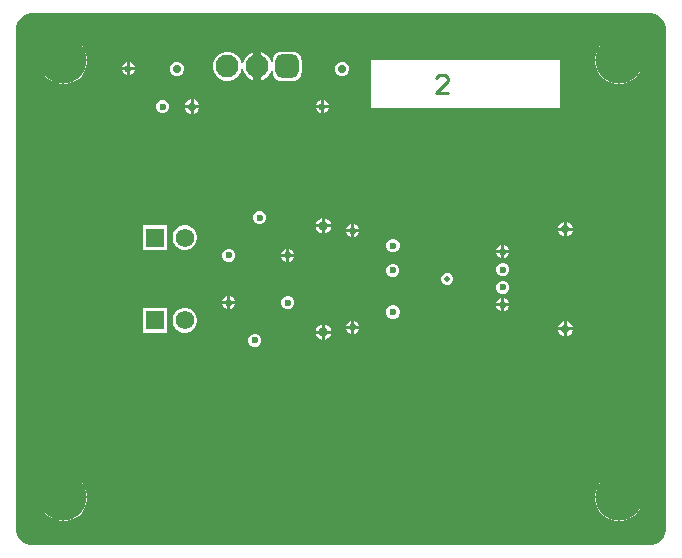
<source format=gbr>
%TF.GenerationSoftware,Altium Limited,Altium Designer,24.2.2 (26)*%
G04 Layer_Physical_Order=2*
G04 Layer_Color=36540*
%FSLAX45Y45*%
%MOMM*%
%TF.SameCoordinates,D2FE35CC-22CD-4169-9643-A2803306E4A1*%
%TF.FilePolarity,Positive*%
%TF.FileFunction,Copper,L2,Inr,Signal*%
%TF.Part,Single*%
G01*
G75*
%TA.AperFunction,NonConductor*%
%ADD26C,0.25400*%
%TA.AperFunction,ComponentPad*%
%ADD27R,1.57000X1.57000*%
%ADD28C,1.57000*%
%ADD29C,1.95000*%
G04:AMPARAMS|DCode=30|XSize=1.95mm|YSize=1.95mm|CornerRadius=0.4875mm|HoleSize=0mm|Usage=FLASHONLY|Rotation=180.000|XOffset=0mm|YOffset=0mm|HoleType=Round|Shape=RoundedRectangle|*
%AMROUNDEDRECTD30*
21,1,1.95000,0.97500,0,0,180.0*
21,1,0.97500,1.95000,0,0,180.0*
1,1,0.97500,-0.48750,0.48750*
1,1,0.97500,0.48750,0.48750*
1,1,0.97500,0.48750,-0.48750*
1,1,0.97500,-0.48750,-0.48750*
%
%ADD30ROUNDEDRECTD30*%
%ADD31C,4.00000*%
%TA.AperFunction,ViaPad*%
%ADD32C,0.60000*%
%ADD33C,0.80000*%
%ADD34C,0.70000*%
%ADD35C,0.50000*%
G36*
X5407919Y4495004D02*
X5431578Y4485204D01*
X5452870Y4470977D01*
X5470977Y4452870D01*
X5485204Y4431578D01*
X5495004Y4407919D01*
X5500000Y4382804D01*
Y4370000D01*
Y130000D01*
Y117196D01*
X5495004Y92080D01*
X5485204Y68422D01*
X5470977Y47130D01*
X5452870Y29022D01*
X5431578Y14795D01*
X5407919Y4996D01*
X5382804Y0D01*
X117196D01*
X92080Y4996D01*
X68422Y14795D01*
X47130Y29022D01*
X29022Y47130D01*
X14795Y68422D01*
X4996Y92080D01*
X0Y117196D01*
Y130000D01*
Y4370000D01*
Y4382804D01*
X4996Y4407919D01*
X14795Y4431578D01*
X29022Y4452870D01*
X47130Y4470977D01*
X68422Y4485204D01*
X92080Y4495004D01*
X117196Y4500000D01*
X5382804D01*
X5407919Y4495004D01*
D02*
G37*
%LPC*%
G36*
X2342750Y4173540D02*
X2245250D01*
X2225893Y4170991D01*
X2207855Y4163519D01*
X2192366Y4151634D01*
X2180481Y4136145D01*
X2173009Y4118107D01*
X2170460Y4098750D01*
Y4087034D01*
X2157760Y4085362D01*
X2154525Y4097437D01*
X2138345Y4125462D01*
X2115463Y4148344D01*
X2087438Y4164524D01*
X2075000Y4167857D01*
Y4050000D01*
Y3932143D01*
X2087438Y3935475D01*
X2115463Y3951655D01*
X2138345Y3974537D01*
X2154525Y4002562D01*
X2157760Y4014638D01*
X2170460Y4012966D01*
Y4001250D01*
X2173009Y3981893D01*
X2180481Y3963855D01*
X2192366Y3948365D01*
X2207855Y3936480D01*
X2225893Y3929008D01*
X2245250Y3926460D01*
X2342750D01*
X2362107Y3929008D01*
X2380145Y3936480D01*
X2395635Y3948365D01*
X2407520Y3963855D01*
X2414992Y3981893D01*
X2417540Y4001250D01*
Y4098750D01*
X2414992Y4118107D01*
X2407520Y4136145D01*
X2395635Y4151634D01*
X2380145Y4163519D01*
X2362107Y4170991D01*
X2342750Y4173540D01*
D02*
G37*
G36*
X962700Y4084704D02*
Y4042700D01*
X1004704D01*
X996966Y4061382D01*
X981381Y4076966D01*
X962700Y4084704D01*
D02*
G37*
G36*
X937300D02*
X918618Y4076966D01*
X903034Y4061382D01*
X895296Y4042700D01*
X937300D01*
Y4084704D01*
D02*
G37*
G36*
X1004704Y4017300D02*
X962700D01*
Y3975296D01*
X981381Y3983034D01*
X996966Y3998619D01*
X1004704Y4017300D01*
D02*
G37*
G36*
X937300D02*
X895296D01*
X903034Y3998619D01*
X918618Y3983034D01*
X937300Y3975296D01*
Y4017300D01*
D02*
G37*
G36*
X2772014Y4090400D02*
X2747986D01*
X2725786Y4081205D01*
X2708795Y4064214D01*
X2699600Y4042014D01*
Y4017986D01*
X2708795Y3995786D01*
X2725786Y3978795D01*
X2747986Y3969600D01*
X2772014D01*
X2794214Y3978795D01*
X2811204Y3995786D01*
X2820400Y4017986D01*
Y4042014D01*
X2811204Y4064214D01*
X2794214Y4081205D01*
X2772014Y4090400D01*
D02*
G37*
G36*
X1372014D02*
X1347986D01*
X1325786Y4081205D01*
X1308795Y4064214D01*
X1299600Y4042014D01*
Y4017986D01*
X1308795Y3995786D01*
X1325786Y3978795D01*
X1347986Y3969600D01*
X1372014D01*
X1394214Y3978795D01*
X1411205Y3995786D01*
X1420400Y4017986D01*
Y4042014D01*
X1411205Y4064214D01*
X1394214Y4081205D01*
X1372014Y4090400D01*
D02*
G37*
G36*
X1802180Y4172900D02*
X1769820D01*
X1738563Y4164524D01*
X1710538Y4148344D01*
X1687656Y4125462D01*
X1671476Y4097437D01*
X1663100Y4066180D01*
Y4033820D01*
X1671476Y4002562D01*
X1687656Y3974537D01*
X1710538Y3951655D01*
X1738563Y3935475D01*
X1769820Y3927100D01*
X1802180D01*
X1833438Y3935475D01*
X1861463Y3951655D01*
X1884345Y3974537D01*
X1900525Y4002562D01*
X1906426Y4024587D01*
X1919574D01*
X1925476Y4002562D01*
X1941656Y3974537D01*
X1964538Y3951655D01*
X1992563Y3935475D01*
X2005000Y3932143D01*
Y4050000D01*
Y4167857D01*
X1992563Y4164524D01*
X1964538Y4148344D01*
X1941656Y4125462D01*
X1925476Y4097437D01*
X1919574Y4075413D01*
X1906426D01*
X1900525Y4097437D01*
X1884345Y4125462D01*
X1861463Y4148344D01*
X1833438Y4164524D01*
X1802180Y4172900D01*
D02*
G37*
G36*
X5119698Y4300000D02*
X5080302D01*
X5041662Y4292314D01*
X5005265Y4277238D01*
X4972507Y4255350D01*
X4944650Y4227492D01*
X4922762Y4194735D01*
X4907686Y4158338D01*
X4900000Y4119698D01*
Y4080302D01*
X4907686Y4041662D01*
X4922762Y4005265D01*
X4944650Y3972507D01*
X4972507Y3944650D01*
X5005265Y3922762D01*
X5041662Y3907686D01*
X5080302Y3900000D01*
X5119698D01*
X5158338Y3907686D01*
X5194735Y3922762D01*
X5227492Y3944650D01*
X5255350Y3972507D01*
X5277238Y4005265D01*
X5292314Y4041662D01*
X5300000Y4080302D01*
Y4119698D01*
X5292314Y4158338D01*
X5277238Y4194735D01*
X5255350Y4227492D01*
X5227492Y4255350D01*
X5194735Y4277238D01*
X5158338Y4292314D01*
X5119698Y4300000D01*
D02*
G37*
G36*
X419698D02*
X380302D01*
X341662Y4292314D01*
X305265Y4277238D01*
X272507Y4255350D01*
X244650Y4227492D01*
X222762Y4194735D01*
X207686Y4158338D01*
X200000Y4119698D01*
Y4080302D01*
X207686Y4041662D01*
X222762Y4005265D01*
X244650Y3972507D01*
X272507Y3944650D01*
X305265Y3922762D01*
X341662Y3907686D01*
X380302Y3900000D01*
X419698D01*
X458338Y3907686D01*
X494735Y3922762D01*
X527492Y3944650D01*
X555350Y3972507D01*
X577238Y4005265D01*
X592314Y4041662D01*
X600000Y4080302D01*
Y4119698D01*
X592314Y4158338D01*
X577238Y4194735D01*
X555350Y4227492D01*
X527492Y4255350D01*
X494735Y4277238D01*
X458338Y4292314D01*
X419698Y4300000D01*
D02*
G37*
G36*
X2602700Y3764704D02*
Y3722700D01*
X2644704D01*
X2636966Y3741381D01*
X2621381Y3756966D01*
X2602700Y3764704D01*
D02*
G37*
G36*
X2577300D02*
X2558618Y3756966D01*
X2543034Y3741381D01*
X2535296Y3722700D01*
X2577300D01*
Y3764704D01*
D02*
G37*
G36*
X1502700Y3770116D02*
Y3722700D01*
X1550116D01*
X1541205Y3744214D01*
X1524214Y3761205D01*
X1502700Y3770116D01*
D02*
G37*
G36*
X1477300D02*
X1455786Y3761205D01*
X1438795Y3744214D01*
X1429884Y3722700D01*
X1477300D01*
Y3770116D01*
D02*
G37*
G36*
X4600000Y4100000D02*
X3000000D01*
Y3700000D01*
X4600000D01*
Y4100000D01*
D02*
G37*
G36*
X2644704Y3697300D02*
X2602700D01*
Y3655296D01*
X2621381Y3663034D01*
X2636966Y3678618D01*
X2644704Y3697300D01*
D02*
G37*
G36*
X2577300D02*
X2535296D01*
X2543034Y3678618D01*
X2558618Y3663034D01*
X2577300Y3655296D01*
Y3697300D01*
D02*
G37*
G36*
X1251020Y3765400D02*
X1228980D01*
X1208619Y3756966D01*
X1193034Y3741381D01*
X1184600Y3721020D01*
Y3698980D01*
X1193034Y3678618D01*
X1208619Y3663034D01*
X1228980Y3654600D01*
X1251020D01*
X1271382Y3663034D01*
X1286966Y3678618D01*
X1295400Y3698980D01*
Y3721020D01*
X1286966Y3741381D01*
X1271382Y3756966D01*
X1251020Y3765400D01*
D02*
G37*
G36*
X1550116Y3697300D02*
X1502700D01*
Y3649884D01*
X1524214Y3658795D01*
X1541205Y3675786D01*
X1550116Y3697300D01*
D02*
G37*
G36*
X1477300D02*
X1429884D01*
X1438795Y3675786D01*
X1455786Y3658795D01*
X1477300Y3649884D01*
Y3697300D01*
D02*
G37*
G36*
X2071020Y2825400D02*
X2048980D01*
X2028618Y2816966D01*
X2013034Y2801381D01*
X2004600Y2781020D01*
Y2758980D01*
X2013034Y2738619D01*
X2028618Y2723034D01*
X2048980Y2714600D01*
X2071020D01*
X2091381Y2723034D01*
X2106966Y2738619D01*
X2115400Y2758980D01*
Y2781020D01*
X2106966Y2801381D01*
X2091381Y2816966D01*
X2071020Y2825400D01*
D02*
G37*
G36*
X2612700Y2764304D02*
Y2712700D01*
X2664304D01*
X2660943Y2725243D01*
X2652333Y2740157D01*
X2640157Y2752333D01*
X2625243Y2760943D01*
X2612700Y2764304D01*
D02*
G37*
G36*
X2587300D02*
X2574756Y2760943D01*
X2559843Y2752333D01*
X2547667Y2740157D01*
X2539057Y2725243D01*
X2535696Y2712700D01*
X2587300D01*
Y2764304D01*
D02*
G37*
G36*
X4662700Y2730116D02*
Y2682700D01*
X4710116D01*
X4701205Y2704214D01*
X4684214Y2721205D01*
X4662700Y2730116D01*
D02*
G37*
G36*
X4637300D02*
X4615786Y2721205D01*
X4598795Y2704214D01*
X4589884Y2682700D01*
X4637300D01*
Y2730116D01*
D02*
G37*
G36*
X2862700Y2714704D02*
Y2672700D01*
X2904704D01*
X2896966Y2691381D01*
X2881381Y2706966D01*
X2862700Y2714704D01*
D02*
G37*
G36*
X2837300D02*
X2818618Y2706966D01*
X2803034Y2691381D01*
X2795296Y2672700D01*
X2837300D01*
Y2714704D01*
D02*
G37*
G36*
X2664304Y2687300D02*
X2612700D01*
Y2635696D01*
X2625243Y2639057D01*
X2640157Y2647667D01*
X2652333Y2659843D01*
X2660943Y2674756D01*
X2664304Y2687300D01*
D02*
G37*
G36*
X2587300D02*
X2535696D01*
X2539057Y2674756D01*
X2547667Y2659843D01*
X2559843Y2647667D01*
X2574756Y2639057D01*
X2587300Y2635696D01*
Y2687300D01*
D02*
G37*
G36*
X4710116Y2657300D02*
X4662700D01*
Y2609884D01*
X4684214Y2618795D01*
X4701205Y2635786D01*
X4710116Y2657300D01*
D02*
G37*
G36*
X4637300D02*
X4589884D01*
X4598795Y2635786D01*
X4615786Y2618795D01*
X4637300Y2609884D01*
Y2657300D01*
D02*
G37*
G36*
X2904704Y2647300D02*
X2862700D01*
Y2605296D01*
X2881381Y2613034D01*
X2896966Y2628619D01*
X2904704Y2647300D01*
D02*
G37*
G36*
X2837300D02*
X2795296D01*
X2803034Y2628619D01*
X2818618Y2613034D01*
X2837300Y2605296D01*
Y2647300D01*
D02*
G37*
G36*
X1440679Y2703900D02*
X1413321D01*
X1386896Y2696819D01*
X1363204Y2683141D01*
X1343859Y2663796D01*
X1330180Y2640104D01*
X1323100Y2613679D01*
Y2586321D01*
X1330180Y2559896D01*
X1343859Y2536204D01*
X1363204Y2516859D01*
X1386896Y2503180D01*
X1413321Y2496100D01*
X1440679D01*
X1467104Y2503180D01*
X1490796Y2516859D01*
X1510141Y2536204D01*
X1523819Y2559896D01*
X1530900Y2586321D01*
Y2613679D01*
X1523819Y2640104D01*
X1510141Y2663796D01*
X1490796Y2683141D01*
X1467104Y2696819D01*
X1440679Y2703900D01*
D02*
G37*
G36*
X1276900D02*
X1069100D01*
Y2496100D01*
X1276900D01*
Y2703900D01*
D02*
G37*
G36*
X4132700Y2534704D02*
Y2492700D01*
X4174704D01*
X4166966Y2511382D01*
X4151381Y2526966D01*
X4132700Y2534704D01*
D02*
G37*
G36*
X4107300D02*
X4088618Y2526966D01*
X4073034Y2511382D01*
X4065296Y2492700D01*
X4107300D01*
Y2534704D01*
D02*
G37*
G36*
X3201020Y2587300D02*
X3178980D01*
X3158619Y2578866D01*
X3143034Y2563281D01*
X3134600Y2542919D01*
Y2520880D01*
X3143034Y2500518D01*
X3158619Y2484934D01*
X3178980Y2476500D01*
X3201020D01*
X3221381Y2484934D01*
X3236966Y2500518D01*
X3245400Y2520880D01*
Y2542919D01*
X3236966Y2563281D01*
X3221381Y2578866D01*
X3201020Y2587300D01*
D02*
G37*
G36*
X2312700Y2504704D02*
Y2462700D01*
X2354704D01*
X2346966Y2481381D01*
X2331382Y2496966D01*
X2312700Y2504704D01*
D02*
G37*
G36*
X2287300D02*
X2268619Y2496966D01*
X2253034Y2481381D01*
X2245296Y2462700D01*
X2287300D01*
Y2504704D01*
D02*
G37*
G36*
X4174704Y2467300D02*
X4132700D01*
Y2425296D01*
X4151381Y2433034D01*
X4166966Y2448619D01*
X4174704Y2467300D01*
D02*
G37*
G36*
X4107300D02*
X4065296D01*
X4073034Y2448619D01*
X4088618Y2433034D01*
X4107300Y2425296D01*
Y2467300D01*
D02*
G37*
G36*
X2354704Y2437300D02*
X2312700D01*
Y2395296D01*
X2331382Y2403034D01*
X2346966Y2418618D01*
X2354704Y2437300D01*
D02*
G37*
G36*
X2287300D02*
X2245296D01*
X2253034Y2418618D01*
X2268619Y2403034D01*
X2287300Y2395296D01*
Y2437300D01*
D02*
G37*
G36*
X1811020Y2505400D02*
X1788980D01*
X1768619Y2496966D01*
X1753034Y2481381D01*
X1744600Y2461020D01*
Y2438980D01*
X1753034Y2418618D01*
X1768619Y2403034D01*
X1788980Y2394600D01*
X1811020D01*
X1831382Y2403034D01*
X1846966Y2418618D01*
X1855400Y2438980D01*
Y2461020D01*
X1846966Y2481381D01*
X1831382Y2496966D01*
X1811020Y2505400D01*
D02*
G37*
G36*
X4131020Y2385400D02*
X4108980D01*
X4088618Y2376966D01*
X4073034Y2361381D01*
X4064600Y2341020D01*
Y2318980D01*
X4073034Y2298618D01*
X4088618Y2283034D01*
X4108980Y2274600D01*
X4131020D01*
X4151381Y2283034D01*
X4166966Y2298618D01*
X4175400Y2318980D01*
Y2341020D01*
X4166966Y2361381D01*
X4151381Y2376966D01*
X4131020Y2385400D01*
D02*
G37*
G36*
X3199306Y2378986D02*
X3177266D01*
X3156905Y2370552D01*
X3141320Y2354968D01*
X3132886Y2334606D01*
Y2312567D01*
X3141320Y2292205D01*
X3156905Y2276621D01*
X3177266Y2268186D01*
X3199306D01*
X3219668Y2276621D01*
X3235252Y2292205D01*
X3243686Y2312567D01*
Y2334606D01*
X3235252Y2354968D01*
X3219668Y2370552D01*
X3199306Y2378986D01*
D02*
G37*
G36*
X3660025Y2300400D02*
X3639975D01*
X3621450Y2292727D01*
X3607273Y2278549D01*
X3599600Y2260025D01*
Y2239975D01*
X3607273Y2221450D01*
X3621450Y2207273D01*
X3639975Y2199600D01*
X3660025D01*
X3678549Y2207273D01*
X3692727Y2221450D01*
X3700400Y2239975D01*
Y2260025D01*
X3692727Y2278549D01*
X3678549Y2292727D01*
X3660025Y2300400D01*
D02*
G37*
G36*
X4131020Y2235400D02*
X4108980D01*
X4088618Y2226966D01*
X4073034Y2211381D01*
X4064600Y2191020D01*
Y2168980D01*
X4073034Y2148619D01*
X4088618Y2133034D01*
X4108980Y2124600D01*
X4131020D01*
X4151381Y2133034D01*
X4166966Y2148619D01*
X4175400Y2168980D01*
Y2191020D01*
X4166966Y2211381D01*
X4151381Y2226966D01*
X4131020Y2235400D01*
D02*
G37*
G36*
X1812700Y2104704D02*
Y2062700D01*
X1854704D01*
X1846966Y2081381D01*
X1831382Y2096966D01*
X1812700Y2104704D01*
D02*
G37*
G36*
X1787300D02*
X1768619Y2096966D01*
X1753034Y2081381D01*
X1745296Y2062700D01*
X1787300D01*
Y2104704D01*
D02*
G37*
G36*
X4132700Y2084704D02*
Y2042700D01*
X4174704D01*
X4166966Y2061381D01*
X4151381Y2076966D01*
X4132700Y2084704D01*
D02*
G37*
G36*
X4107300D02*
X4088618Y2076966D01*
X4073034Y2061381D01*
X4065296Y2042700D01*
X4107300D01*
Y2084704D01*
D02*
G37*
G36*
X1854704Y2037300D02*
X1812700D01*
Y1995296D01*
X1831382Y2003034D01*
X1846966Y2018619D01*
X1854704Y2037300D01*
D02*
G37*
G36*
X1787300D02*
X1745296D01*
X1753034Y2018619D01*
X1768619Y2003034D01*
X1787300Y1995296D01*
Y2037300D01*
D02*
G37*
G36*
X2311020Y2105400D02*
X2288980D01*
X2268619Y2096966D01*
X2253034Y2081381D01*
X2244600Y2061019D01*
Y2038980D01*
X2253034Y2018618D01*
X2268619Y2003034D01*
X2288980Y1994600D01*
X2311020D01*
X2331382Y2003034D01*
X2346966Y2018618D01*
X2355400Y2038980D01*
Y2061019D01*
X2346966Y2081381D01*
X2331382Y2096966D01*
X2311020Y2105400D01*
D02*
G37*
G36*
X4174704Y2017300D02*
X4132700D01*
Y1975296D01*
X4151381Y1983034D01*
X4166966Y1998619D01*
X4174704Y2017300D01*
D02*
G37*
G36*
X4107300D02*
X4065296D01*
X4073034Y1998619D01*
X4088618Y1983034D01*
X4107300Y1975296D01*
Y2017300D01*
D02*
G37*
G36*
X3201020Y2025400D02*
X3178980D01*
X3158619Y2016966D01*
X3143034Y2001382D01*
X3134600Y1981020D01*
Y1958980D01*
X3143034Y1938619D01*
X3158619Y1923034D01*
X3178980Y1914600D01*
X3201020D01*
X3221381Y1923034D01*
X3236966Y1938619D01*
X3245400Y1958980D01*
Y1981020D01*
X3236966Y2001382D01*
X3221381Y2016966D01*
X3201020Y2025400D01*
D02*
G37*
G36*
X2862700Y1894704D02*
Y1852700D01*
X2904704D01*
X2896966Y1871381D01*
X2881381Y1886966D01*
X2862700Y1894704D01*
D02*
G37*
G36*
X2837300D02*
X2818618Y1886966D01*
X2803034Y1871381D01*
X2795296Y1852700D01*
X2837300D01*
Y1894704D01*
D02*
G37*
G36*
X4662700Y1890116D02*
Y1842700D01*
X4710116D01*
X4701205Y1864214D01*
X4684214Y1881205D01*
X4662700Y1890116D01*
D02*
G37*
G36*
X4637300D02*
X4615786Y1881205D01*
X4598795Y1864214D01*
X4589884Y1842700D01*
X4637300D01*
Y1890116D01*
D02*
G37*
G36*
X2612700Y1864304D02*
Y1812700D01*
X2664304D01*
X2660943Y1825243D01*
X2652333Y1840157D01*
X2640157Y1852333D01*
X2625243Y1860943D01*
X2612700Y1864304D01*
D02*
G37*
G36*
X2587300D02*
X2574756Y1860943D01*
X2559843Y1852333D01*
X2547667Y1840157D01*
X2539057Y1825243D01*
X2535696Y1812700D01*
X2587300D01*
Y1864304D01*
D02*
G37*
G36*
X1440679Y2003900D02*
X1413321D01*
X1386896Y1996819D01*
X1363204Y1983141D01*
X1343859Y1963796D01*
X1330180Y1940104D01*
X1323100Y1913679D01*
Y1886321D01*
X1330180Y1859896D01*
X1343859Y1836204D01*
X1363204Y1816859D01*
X1386896Y1803181D01*
X1413321Y1796100D01*
X1440679D01*
X1467104Y1803181D01*
X1490796Y1816859D01*
X1510141Y1836204D01*
X1523819Y1859896D01*
X1530900Y1886321D01*
Y1913679D01*
X1523819Y1940104D01*
X1510141Y1963796D01*
X1490796Y1983141D01*
X1467104Y1996819D01*
X1440679Y2003900D01*
D02*
G37*
G36*
X1276900D02*
X1069100D01*
Y1796100D01*
X1276900D01*
Y2003900D01*
D02*
G37*
G36*
X2904704Y1827300D02*
X2862700D01*
Y1785296D01*
X2881381Y1793034D01*
X2896966Y1808618D01*
X2904704Y1827300D01*
D02*
G37*
G36*
X2837300D02*
X2795296D01*
X2803034Y1808618D01*
X2818618Y1793034D01*
X2837300Y1785296D01*
Y1827300D01*
D02*
G37*
G36*
X4710116Y1817300D02*
X4662700D01*
Y1769884D01*
X4684214Y1778795D01*
X4701205Y1795786D01*
X4710116Y1817300D01*
D02*
G37*
G36*
X4637300D02*
X4589884D01*
X4598795Y1795786D01*
X4615786Y1778795D01*
X4637300Y1769884D01*
Y1817300D01*
D02*
G37*
G36*
X2664304Y1787300D02*
X2612700D01*
Y1735696D01*
X2625243Y1739057D01*
X2640157Y1747667D01*
X2652333Y1759843D01*
X2660943Y1774756D01*
X2664304Y1787300D01*
D02*
G37*
G36*
X2587300D02*
X2535696D01*
X2539057Y1774756D01*
X2547667Y1759843D01*
X2559843Y1747667D01*
X2574756Y1739057D01*
X2587300Y1735696D01*
Y1787300D01*
D02*
G37*
G36*
X2031020Y1785400D02*
X2008980D01*
X1988619Y1776966D01*
X1973034Y1761382D01*
X1964600Y1741020D01*
Y1718980D01*
X1973034Y1698619D01*
X1988619Y1683034D01*
X2008980Y1674600D01*
X2031020D01*
X2051381Y1683034D01*
X2066966Y1698619D01*
X2075400Y1718980D01*
Y1741020D01*
X2066966Y1761382D01*
X2051381Y1776966D01*
X2031020Y1785400D01*
D02*
G37*
G36*
X5119698Y600000D02*
X5080302D01*
X5041662Y592314D01*
X5005265Y577238D01*
X4972507Y555350D01*
X4944650Y527492D01*
X4922762Y494735D01*
X4907686Y458338D01*
X4900000Y419698D01*
Y380302D01*
X4907686Y341662D01*
X4922762Y305265D01*
X4944650Y272507D01*
X4972507Y244650D01*
X5005265Y222762D01*
X5041662Y207686D01*
X5080302Y200000D01*
X5119698D01*
X5158338Y207686D01*
X5194735Y222762D01*
X5227492Y244650D01*
X5255350Y272507D01*
X5277238Y305265D01*
X5292314Y341662D01*
X5300000Y380302D01*
Y419698D01*
X5292314Y458338D01*
X5277238Y494735D01*
X5255350Y527492D01*
X5227492Y555350D01*
X5194735Y577238D01*
X5158338Y592314D01*
X5119698Y600000D01*
D02*
G37*
G36*
X419698D02*
X380302D01*
X341662Y592314D01*
X305265Y577238D01*
X272507Y555350D01*
X244650Y527492D01*
X222762Y494735D01*
X207686Y458338D01*
X200000Y419698D01*
Y380302D01*
X207686Y341662D01*
X222762Y305265D01*
X244650Y272507D01*
X272507Y244650D01*
X305265Y222762D01*
X341662Y207686D01*
X380302Y200000D01*
X419698D01*
X458338Y207686D01*
X494735Y222762D01*
X527492Y244650D01*
X555350Y272507D01*
X577238Y305265D01*
X592314Y341662D01*
X600000Y380302D01*
Y419698D01*
X592314Y458338D01*
X577238Y494735D01*
X555350Y527492D01*
X527492Y555350D01*
X494735Y577238D01*
X458338Y592314D01*
X419698Y600000D01*
D02*
G37*
%LPD*%
D26*
X3656967Y3825400D02*
X3555400D01*
X3656967Y3926967D01*
Y3952359D01*
X3631575Y3977750D01*
X3580792D01*
X3555400Y3952359D01*
D27*
X1173000Y1900000D02*
D03*
Y2600000D02*
D03*
D28*
X1427000Y1900000D02*
D03*
Y2600000D02*
D03*
D29*
X1786000Y4050000D02*
D03*
X2040000D02*
D03*
D30*
X2294000D02*
D03*
D31*
X400000Y4100000D02*
D03*
X5100000D02*
D03*
Y400000D02*
D03*
X400000D02*
D03*
D32*
X2850000Y2660000D02*
D03*
X2020000Y1730000D02*
D03*
X950000Y4030000D02*
D03*
X1240000Y3710000D02*
D03*
X1800000Y2050000D02*
D03*
Y2450000D02*
D03*
X2060000Y2770000D02*
D03*
X2300000Y2050000D02*
D03*
Y2450000D02*
D03*
X2590000Y3710000D02*
D03*
X2850000Y1840000D02*
D03*
X3190000Y1970000D02*
D03*
X4120000Y2480000D02*
D03*
X3000000Y2160000D02*
D03*
Y2340000D02*
D03*
X3188286Y2323586D02*
D03*
X3190000Y2531900D02*
D03*
X4120000Y2330000D02*
D03*
Y2030000D02*
D03*
Y2180000D02*
D03*
D33*
X2600000Y1800000D02*
D03*
X1800000Y1600000D02*
D03*
X2600000Y2700000D02*
D03*
X1800000Y2900000D02*
D03*
X3850000Y1550000D02*
D03*
Y2950000D02*
D03*
D34*
X1360000Y4030000D02*
D03*
X1490000Y3710000D02*
D03*
X2760000Y4030000D02*
D03*
X4650000Y1830000D02*
D03*
Y2670000D02*
D03*
D35*
X3650000Y2250000D02*
D03*
%TF.MD5,229f4d2346b94ebcf3129f3556e82cc2*%
M02*

</source>
